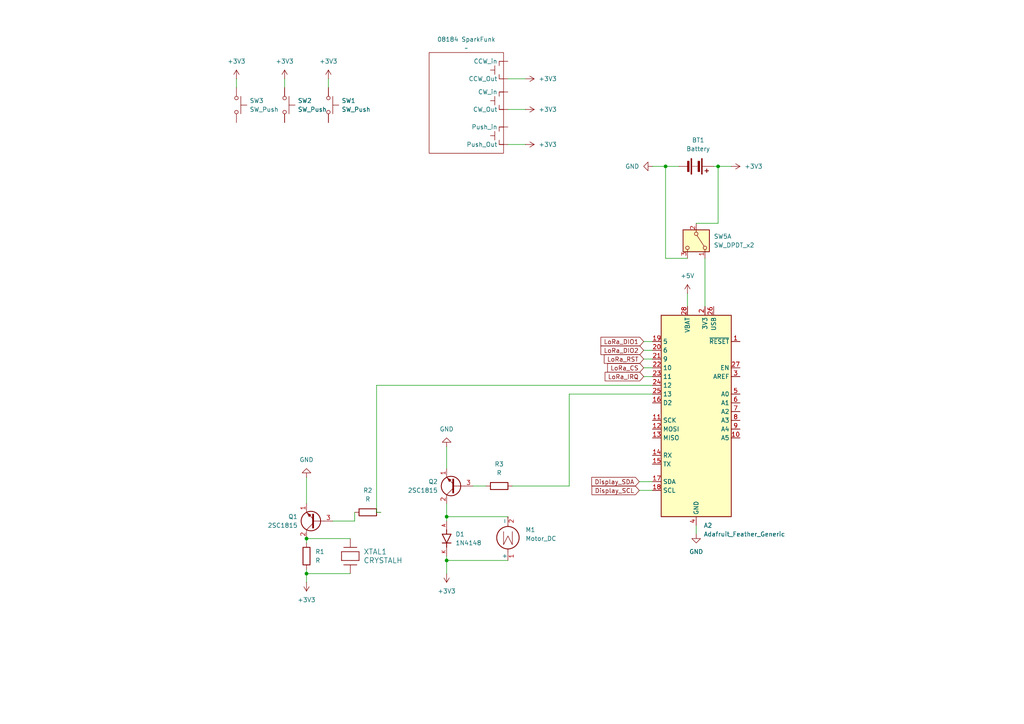
<source format=kicad_sch>
(kicad_sch (version 20250114) (generator "eeschema") (generator_version "9.0")
  (paper "A4")
  (lib_symbols
    (symbol "Device:Battery" (pin_numbers (hide yes)) (pin_names (offset 0) (hide yes))
      (property "Reference" "BT" (at 2.54 2.54 0))
      (property "Value" "Battery" (at 2.54 0 0))
      (symbol "Battery_0_1"
        (rectangle (start -2.286 1.778) (end 2.286 1.524) (fill (type outline)))
        (rectangle (start -2.286 -1.27) (end 2.286 -1.524) (fill (type outline)))
        (rectangle (start -1.524 1.016) (end 1.524 0.508) (fill (type outline)))
        (rectangle (start -1.524 -2.032) (end 1.524 -2.54) (fill (type outline)))
        (polyline (pts (xy 0 1.778) (xy 0 2.54)))
        (polyline (pts (xy 0 0) (xy 0 0.254)))
        (polyline (pts (xy 0 -0.508) (xy 0 -0.254)))
        (polyline (pts (xy 0 -1.016) (xy 0 -0.762)))
        (polyline (pts (xy 0.762 3.048) (xy 1.778 3.048)) (stroke (width 0.254)))
        (polyline (pts (xy 1.27 3.556) (xy 1.27 2.54)) (stroke (width 0.254)))
      )
      (symbol "Battery_1_1"
        (pin passive line (at 0 5.08 270) (length 2.54) (name "+") (number "1"))
        (pin passive line (at 0 -5.08 90) (length 2.54) (name "-") (number "2"))
      )
    )
    (symbol "Device:R" (pin_numbers (hide yes)) (pin_names (offset 0))
      (property "Reference" "R" (at 2.032 0 90))
      (property "Value" "R" (at 0 0 90))
      (symbol "R_0_1"
        (rectangle (start -1.016 -2.54) (end 1.016 2.54) (stroke (width 0.254)))
      )
      (symbol "R_1_1"
        (pin passive line (at 0 3.81 270) (length 1.27) (name "~") (number "1"))
        (pin passive line (at 0 -3.81 90) (length 1.27) (name "~") (number "2"))
      )
    )
    (symbol "FeatherSense_1N4148:1N4148" (pin_names (offset 1.016))
      (property "Reference" "D" (at -5.08 2.54 0))
      (property "Value" "1N4148" (at -5.08 -3.81 0))
      (symbol "1N4148_0_0"
        (polyline (pts (xy -2.54 0) (xy -1.27 0)) (stroke (width 0.254)))
        (polyline (pts (xy -1.27 1.27) (xy -1.27 -1.27)) (stroke (width 0.254)))
        (polyline (pts (xy -1.27 -1.27) (xy 1.27 0)) (stroke (width 0.254)))
        (polyline (pts (xy 1.27 1.27) (xy 1.27 -1.27)) (stroke (width 0.254)))
        (polyline (pts (xy 1.27 0) (xy -1.27 1.27)) (stroke (width 0.254)))
        (polyline (pts (xy 1.27 0) (xy 2.54 0)) (stroke (width 0.254)))
        (pin passive line (at -5.08 0 0) (length 2.54) (name "~") (number "A"))
        (pin passive line (at 5.08 0 180) (length 2.54) (name "~") (number "K"))
      )
    )
    (symbol "FeatherSense_PushButton:_1"
      (property "Reference" "U" (at 0 0 0))
      (symbol "_1_0_1"
        (rectangle (start -8.89 13.97) (end 12.7 -15.24))
        (polyline (pts (xy 10.16 10.16) (xy 10.16 7.62)))
        (polyline (pts (xy 10.16 8.89) (xy 8.89 8.89)))
        (polyline (pts (xy 10.16 1.27) (xy 10.16 -1.27)))
        (polyline (pts (xy 10.16 0) (xy 8.89 0)))
        (polyline (pts (xy 10.16 -8.89) (xy 10.16 -11.43)))
        (polyline (pts (xy 10.16 -10.16) (xy 8.89 -10.16)))
        (polyline (pts (xy 12.7 11.43) (xy 11.43 11.43) (xy 11.43 10.16)))
        (polyline (pts (xy 12.7 6.35) (xy 11.43 6.35) (xy 11.43 7.62)))
        (polyline (pts (xy 12.7 2.54) (xy 11.43 2.54) (xy 11.43 1.27)))
        (polyline (pts (xy 12.7 -2.54) (xy 11.43 -2.54) (xy 11.43 -1.27)))
        (polyline (pts (xy 12.7 -7.62) (xy 11.43 -7.62) (xy 11.43 -8.89)))
        (polyline (pts (xy 12.7 -12.7) (xy 11.43 -12.7) (xy 11.43 -11.43)))
      )
      (symbol "_1_1_1"
        (pin input line (at 13.97 11.43 180) (length 2.54) (name "CCW_in") (number ""))
        (pin output line (at 13.97 6.35 180) (length 2.54) (name "CCW_Out") (number ""))
        (pin input line (at 13.97 2.54 180) (length 2.54) (name "CW_in") (number ""))
        (pin output line (at 13.97 -2.54 180) (length 2.54) (name "CW_Out") (number ""))
        (pin input line (at 13.97 -7.62 180) (length 2.54) (name "Push_in") (number ""))
        (pin output line (at 13.97 -12.7 180) (length 2.54) (name "Push_Out") (number ""))
      )
    )
    (symbol "FeatherSense_Sound_Buzzer:CRYSTALH" (pin_numbers (hide yes)) (pin_names (hide yes))
      (property "Reference" "XTAL" (at 5.08 4.445 0))
      (property "Value" "CRYSTALH" (at 5.08 -7.62 0))
      (symbol "CRYSTALH_1_1"
        (polyline (pts (xy 2.54 -1.905) (xy 2.54 1.905)) (stroke (width 0.2032)))
        (polyline (pts (xy 3.81 2.54) (xy 6.35 2.54)) (stroke (width 0.2032)))
        (polyline (pts (xy 3.81 -2.54) (xy 3.81 2.54)) (stroke (width 0.2032)))
        (polyline (pts (xy 6.35 2.54) (xy 6.35 -2.54)) (stroke (width 0.2032)))
        (polyline (pts (xy 6.35 -2.54) (xy 3.81 -2.54)) (stroke (width 0.2032)))
        (polyline (pts (xy 7.62 -1.905) (xy 7.62 1.905)) (stroke (width 0.2032)))
        (pin unspecified line (at 0 0 0) (length 2.54) (name "1") (number "1"))
        (pin unspecified line (at 10.16 0 180) (length 2.54) (name "2") (number "2"))
      )
    )
    (symbol "Motor:Motor_DC" (pin_names (offset 0))
      (property "Reference" "M" (at 2.54 2.54 0))
      (property "Value" "Motor_DC" (at 2.54 -5.08 0))
      (symbol "Motor_DC_0_0"
        (polyline (pts (xy -1.27 -3.302) (xy -1.27 0.508) (xy 0 -2.032) (xy 1.27 0.508) (xy 1.27 -3.302)))
      )
      (symbol "Motor_DC_0_1"
        (polyline (pts (xy 0 2.032) (xy 0 2.54)))
        (polyline (pts (xy 0 1.7272) (xy 0 2.0828)))
        (circle (center 0 -1.524) (radius 3.2512) (stroke (width 0.254)))
        (polyline (pts (xy 0 -4.7752) (xy 0 -5.1816)))
        (polyline (pts (xy 0 -7.62) (xy 0 -7.112)))
      )
      (symbol "Motor_DC_1_1"
        (pin passive line (at 0 5.08 270) (length 2.54) (name "+") (number "1"))
        (pin passive line (at 0 -7.62 90) (length 2.54) (name "-") (number "2"))
      )
    )
    (symbol "SenseMateLibrary:Adafruit_Feather_Generic"
      (property "Reference" "A" (at -10.16 29.21 0))
      (property "Value" "Adafruit_Feather_Generic" (at 2.54 -31.75 0))
      (symbol "Adafruit_Feather_Generic_0_1"
        (rectangle (start -10.16 27.94) (end 10.16 -30.48) (stroke (width 0.254)) (fill (type background)))
      )
      (symbol "Adafruit_Feather_Generic_1_1"
        (pin bidirectional line (at -12.7 20.32 0) (length 2.54) (name "5") (number "19"))
        (pin bidirectional line (at -12.7 17.78 0) (length 2.54) (name "6") (number "20"))
        (pin bidirectional line (at -12.7 15.24 0) (length 2.54) (name "9") (number "21"))
        (pin bidirectional line (at -12.7 12.7 0) (length 2.54) (name "10") (number "22"))
        (pin bidirectional line (at -12.7 10.16 0) (length 2.54) (name "11") (number "23"))
        (pin bidirectional line (at -12.7 7.62 0) (length 2.54) (name "12") (number "24"))
        (pin bidirectional line (at -12.7 5.08 0) (length 2.54) (name "13") (number "25"))
        (pin bidirectional line (at -12.7 2.54 0) (length 2.54) (name "D2") (number "16"))
        (pin bidirectional line (at -12.7 -2.54 0) (length 2.54) (name "SCK") (number "11"))
        (pin bidirectional line (at -12.7 -5.08 0) (length 2.54) (name "MOSI") (number "12"))
        (pin bidirectional line (at -12.7 -7.62 0) (length 2.54) (name "MISO") (number "13"))
        (pin bidirectional line (at -12.7 -12.7 0) (length 2.54) (name "RX") (number "14"))
        (pin bidirectional line (at -12.7 -15.24 0) (length 2.54) (name "TX") (number "15"))
        (pin bidirectional line (at -12.7 -20.32 0) (length 2.54) (name "SDA") (number "17"))
        (pin bidirectional line (at -12.7 -22.86 0) (length 2.54) (name "SCL") (number "18"))
        (pin power_in line (at -2.54 30.48 270) (length 2.54) (name "VBAT") (number "28"))
        (pin power_in line (at 0 -33.02 90) (length 2.54) (name "GND") (number "4"))
        (pin power_in line (at 2.54 30.48 270) (length 2.54) (name "3V3") (number "2"))
        (pin power_in line (at 5.08 30.48 270) (length 2.54) (name "USB") (number "26"))
        (pin input line (at 12.7 20.32 180) (length 2.54) (name "~{RESET}") (number "1"))
        (pin input line (at 12.7 12.7 180) (length 2.54) (name "EN") (number "27"))
        (pin input line (at 12.7 10.16 180) (length 2.54) (name "AREF") (number "3"))
        (pin bidirectional line (at 12.7 5.08 180) (length 2.54) (name "A0") (number "5"))
        (pin bidirectional line (at 12.7 2.54 180) (length 2.54) (name "A1") (number "6"))
        (pin bidirectional line (at 12.7 0 180) (length 2.54) (name "A2") (number "7"))
        (pin bidirectional line (at 12.7 -2.54 180) (length 2.54) (name "A3") (number "8"))
        (pin bidirectional line (at 12.7 -5.08 180) (length 2.54) (name "A4") (number "9"))
        (pin bidirectional line (at 12.7 -7.62 180) (length 2.54) (name "A5") (number "10"))
      )
    )
    (symbol "Switch:SW_DPDT_x2" (pin_names (offset 0) (hide yes))
      (property "Reference" "SW" (at 0 5.08 0))
      (property "Value" "SW_DPDT_x2" (at 0 -5.08 0))
      (symbol "SW_DPDT_x2_0_0"
        (circle (center -2.032 0) (radius 0.508))
        (circle (center 2.032 -2.54) (radius 0.508))
      )
      (symbol "SW_DPDT_x2_0_1"
        (rectangle (start -3.175 3.81) (end 3.175 -3.81) (stroke (width 0.254)) (fill (type background)))
        (polyline (pts (xy -1.524 0.254) (xy 1.5748 2.286)))
        (circle (center 2.032 2.54) (radius 0.508))
      )
      (symbol "SW_DPDT_x2_1_1"
        (pin passive line (at -5.08 0 0) (length 2.54) (name "B") (number "2"))
        (pin passive line (at 5.08 2.54 180) (length 2.54) (name "A") (number "1"))
        (pin passive line (at 5.08 -2.54 180) (length 2.54) (name "C") (number "3"))
      )
      (symbol "SW_DPDT_x2_2_1"
        (pin passive line (at -5.08 0 0) (length 2.54) (name "B") (number "5"))
        (pin passive line (at 5.08 2.54 180) (length 2.54) (name "A") (number "4"))
        (pin passive line (at 5.08 -2.54 180) (length 2.54) (name "C") (number "6"))
      )
    )
    (symbol "Switch:SW_Push" (pin_numbers (hide yes)) (pin_names (offset 1.016) (hide yes))
      (property "Reference" "SW" (at 1.27 2.54 0))
      (property "Value" "SW_Push" (at 0 -1.524 0))
      (symbol "SW_Push_0_1"
        (circle (center -2.032 0) (radius 0.508))
        (polyline (pts (xy 0 1.27) (xy 0 3.048)))
        (circle (center 2.032 0) (radius 0.508))
        (polyline (pts (xy 2.54 1.27) (xy -2.54 1.27)))
        (pin passive line (at -5.08 0 0) (length 2.54) (name "1") (number "1"))
        (pin passive line (at 5.08 0 180) (length 2.54) (name "2") (number "2"))
      )
    )
    (symbol "Transistor_BJT:2SC1815" (pin_names (offset 0) (hide yes))
      (property "Reference" "Q" (at 5.08 1.905 0))
      (property "Value" "2SC1815" (at 5.08 0 0))
      (symbol "2SC1815_0_1"
        (polyline (pts (xy -2.54 0) (xy 0.635 0)))
        (polyline (pts (xy 0.635 1.905) (xy 0.635 -1.905)) (stroke (width 0.508)))
        (circle (center 1.27 0) (radius 2.8194) (stroke (width 0.254)))
      )
      (symbol "2SC1815_1_1"
        (polyline (pts (xy 0.635 0.635) (xy 2.54 2.54)))
        (polyline (pts (xy 0.635 -0.635) (xy 2.54 -2.54)))
        (polyline (pts (xy 1.27 -1.778) (xy 1.778 -1.27) (xy 2.286 -2.286) (xy 1.27 -1.778)) (fill (type outline)))
        (pin input line (at -5.08 0 0) (length 2.54) (name "B") (number "3"))
        (pin passive line (at 2.54 5.08 270) (length 2.54) (name "C") (number "2"))
        (pin passive line (at 2.54 -5.08 90) (length 2.54) (name "E") (number "1"))
      )
    )
    (symbol "power:+3V3" (power) (pin_numbers (hide yes)) (pin_names (offset 0) (hide yes))
      (property "Value" "+3V3" (at 0 3.556 0))
      (symbol "+3V3_0_1"
        (polyline (pts (xy -0.762 1.27) (xy 0 2.54)))
        (polyline (pts (xy 0 2.54) (xy 0.762 1.27)))
        (polyline (pts (xy 0 0) (xy 0 2.54)))
      )
      (symbol "+3V3_1_1"
        (pin power_in line (at 0 0 90) (length 0) (name "~") (number "1"))
      )
    )
    (symbol "power:+5V" (power) (pin_numbers (hide yes)) (pin_names (offset 0) (hide yes))
      (property "Value" "+5V" (at 0 3.556 0))
      (symbol "+5V_0_1"
        (polyline (pts (xy -0.762 1.27) (xy 0 2.54)))
        (polyline (pts (xy 0 2.54) (xy 0.762 1.27)))
        (polyline (pts (xy 0 0) (xy 0 2.54)))
      )
      (symbol "+5V_1_1"
        (pin power_in line (at 0 0 90) (length 0) (name "~") (number "1"))
      )
    )
    (symbol "power:GND" (power) (pin_numbers (hide yes)) (pin_names (offset 0) (hide yes))
      (property "Value" "GND" (at 0 -3.81 0))
      (symbol "GND_0_1"
        (polyline (pts (xy 0 0) (xy 0 -1.27) (xy 1.27 -1.27) (xy 0 -2.54) (xy -1.27 -1.27) (xy 0 -1.27)))
      )
      (symbol "GND_1_1"
        (pin power_in line (at 0 0 270) (length 0) (name "~") (number "1"))
      )
    )
  )
  (junction (at 129.54 149.86))
  (junction (at 193.04 48.26))
  (junction (at 88.9 166.37))
  (junction (at 208.28 48.26))
  (junction (at 129.54 162.56))
  (junction (at 88.9 156.21))
  (wire (pts (xy 193.04 74.93) (xy 193.04 48.26)))
  (wire (pts (xy 186.69 104.14) (xy 189.23 104.14)))
  (wire (pts (xy 95.25 22.86) (xy 95.25 25.4)))
  (wire (pts (xy 110.49 148.59) (xy 109.22 148.59)))
  (wire (pts (xy 186.69 109.22) (xy 189.23 109.22)))
  (wire (pts (xy 96.52 151.13) (xy 102.87 151.13)))
  (wire (pts (xy 88.9 138.43) (xy 88.9 146.05)))
  (wire (pts (xy 147.32 41.91) (xy 152.4 41.91)))
  (wire (pts (xy 147.32 31.75) (xy 152.4 31.75)))
  (wire (pts (xy 208.28 64.77) (xy 208.28 48.26)))
  (wire (pts (xy 165.1 140.97) (xy 165.1 114.3)))
  (wire (pts (xy 199.39 74.93) (xy 193.04 74.93)))
  (wire (pts (xy 147.32 22.86) (xy 152.4 22.86)))
  (wire (pts (xy 129.54 149.86) (xy 129.54 151.13)))
  (wire (pts (xy 129.54 149.86) (xy 147.32 149.86)))
  (wire (pts (xy 109.22 111.76) (xy 189.23 111.76)))
  (wire (pts (xy 201.93 64.77) (xy 208.28 64.77)))
  (wire (pts (xy 129.54 161.29) (xy 129.54 162.56)))
  (wire (pts (xy 185.42 142.24) (xy 189.23 142.24)))
  (wire (pts (xy 129.54 162.56) (xy 147.32 162.56)))
  (wire (pts (xy 207.01 48.26) (xy 208.28 48.26)))
  (wire (pts (xy 88.9 166.37) (xy 88.9 168.91)))
  (wire (pts (xy 88.9 165.1) (xy 88.9 166.37)))
  (wire (pts (xy 186.69 99.06) (xy 189.23 99.06)))
  (wire (pts (xy 165.1 114.3) (xy 189.23 114.3)))
  (wire (pts (xy 88.9 156.21) (xy 101.6 156.21)))
  (wire (pts (xy 148.59 140.97) (xy 165.1 140.97)))
  (wire (pts (xy 88.9 156.21) (xy 88.9 157.48)))
  (wire (pts (xy 193.04 48.26) (xy 196.85 48.26)))
  (wire (pts (xy 199.39 85.09) (xy 199.39 88.9)))
  (wire (pts (xy 137.16 140.97) (xy 140.97 140.97)))
  (wire (pts (xy 201.93 152.4) (xy 201.93 154.94)))
  (wire (pts (xy 129.54 162.56) (xy 129.54 166.37)))
  (wire (pts (xy 189.23 48.26) (xy 193.04 48.26)))
  (wire (pts (xy 186.69 106.68) (xy 189.23 106.68)))
  (wire (pts (xy 109.22 148.59) (xy 109.22 111.76)))
  (wire (pts (xy 185.42 139.7) (xy 189.23 139.7)))
  (wire (pts (xy 186.69 101.6) (xy 189.23 101.6)))
  (wire (pts (xy 88.9 166.37) (xy 101.6 166.37)))
  (wire (pts (xy 102.87 151.13) (xy 102.87 148.59)))
  (wire (pts (xy 82.55 22.86) (xy 82.55 25.4)))
  (wire (pts (xy 129.54 129.54) (xy 129.54 135.89)))
  (wire (pts (xy 204.47 74.93) (xy 204.47 88.9)))
  (wire (pts (xy 208.28 48.26) (xy 212.09 48.26)))
  (wire (pts (xy 129.54 146.05) (xy 129.54 149.86)))
  (wire (pts (xy 68.58 22.86) (xy 68.58 25.4)))
  (global_label "LoRa_IRQ" (shape input) (at 186.69 109.22 180) (property "Intersheetrefs" "${INTERSHEET_REFS}" (effects (hide yes))))
  (global_label "LoRa_RST" (shape input) (at 186.69 104.14 180) (property "Intersheetrefs" "${INTERSHEET_REFS}" (effects (hide yes))))
  (global_label "LoRa_CS" (shape input) (at 186.69 106.68 180) (property "Intersheetrefs" "${INTERSHEET_REFS}" (effects (hide yes))))
  (global_label "Display_SDA" (shape input) (at 185.42 139.7 180) (property "Intersheetrefs" "${INTERSHEET_REFS}" (effects (hide yes))))
  (global_label "Display_SCL" (shape input) (at 185.42 142.24 180) (property "Intersheetrefs" "${INTERSHEET_REFS}" (effects (hide yes))))
  (global_label "LoRa_DIO2" (shape input) (at 186.69 101.6 180) (property "Intersheetrefs" "${INTERSHEET_REFS}" (effects (hide yes))))
  (global_label "LoRa_DIO1" (shape input) (at 186.69 99.06 180) (property "Intersheetrefs" "${INTERSHEET_REFS}" (effects (hide yes))))
  (symbol (lib_id "FeatherSense_Sound_Buzzer:CRYSTALH") (at 101.6 166.37 90) (unit 1)
    (property "Reference" "XTAL1" (at 105.41 160.0199 90) (effects (font (size 1.524 1.524)) (justify right)))
    (property "Value" "CRYSTALH" (at 105.41 162.5599 90) (effects (font (size 1.524 1.524)) (justify right)))
    (property "Footprint" "XTAL_PS1240P02BT_TDK" (effects (hide yes)))
  )
  (symbol (lib_id "power:GND") (at 201.93 154.94 0) (unit 1)
    (property "Reference" "#PWR02" (effects (hide yes)))
    (property "Value" "GND" (at 201.93 160.02 0))
    (property "Description" "Power symbol creates a global label with name \"GND\" , ground" (effects (hide yes)))
  )
  (symbol (lib_id "FeatherSense_PushButton:_1") (at 133.35 29.21 0) (unit 1)
    (property "Reference" "08184 SparkFunk" (at 135.255 11.43 0))
    (property "Value" "~" (at 135.255 13.97 0))
  )
  (symbol (lib_id "power:+3V3") (at 68.58 22.86 0) (unit 1)
    (property "Reference" "#PWR08" (effects (hide yes)))
    (property "Value" "+3V3" (at 68.58 17.78 0))
    (property "Description" "Power symbol creates a global label with name \"+3V3\"" (effects (hide yes)))
  )
  (symbol (lib_id "Switch:SW_Push") (at 68.58 30.48 270) (unit 1)
    (property "Reference" "SW3" (at 72.39 29.2099 90) (effects (justify left)))
    (property "Value" "SW_Push" (at 72.39 31.7499 90) (effects (justify left)))
    (property "Description" "Push button switch, generic, two pins" (effects (hide yes)))
  )
  (symbol (lib_id "power:+3V3") (at 88.9 168.91 180) (unit 1)
    (property "Reference" "#PWR05" (effects (hide yes)))
    (property "Value" "+3V3" (at 88.9 173.99 0))
    (property "Description" "Power symbol creates a global label with name \"+3V3\"" (effects (hide yes)))
  )
  (symbol (lib_id "Transistor_BJT:2SC1815") (at 91.44 151.13 180) (unit 1)
    (property "Reference" "Q1" (at 86.36 149.8599 0) (effects (justify left)))
    (property "Value" "2SC1815" (at 86.36 152.3999 0) (effects (justify left)))
    (property "Footprint" "Package_TO_SOT_THT:TO-92_Inline" (effects (hide yes)))
    (property "Datasheet" "https://media.digikey.com/pdf/Data%20Sheets/Toshiba%20PDFs/2SC1815.pdf" (effects (hide yes)))
    (property "Description" "0.15A Ic, 50V Vce, Low Noise Audio NPN Transistor, TO-92" (effects (hide yes)))
  )
  (symbol (lib_id "power:+3V3") (at 152.4 31.75 270) (unit 1)
    (property "Reference" "#PWR014" (effects (hide yes)))
    (property "Value" "+3V3" (at 156.21 31.7499 90) (effects (justify left)))
    (property "Description" "Power symbol creates a global label with name \"+3V3\"" (effects (hide yes)))
  )
  (symbol (lib_id "power:GND") (at 88.9 138.43 180) (unit 1)
    (property "Reference" "#PWR04" (effects (hide yes)))
    (property "Value" "GND" (at 88.9 133.35 0))
    (property "Description" "Power symbol creates a global label with name \"GND\" , ground" (effects (hide yes)))
  )
  (symbol (lib_id "Switch:SW_DPDT_x2") (at 201.93 69.85 270) (unit 1)
    (property "Reference" "SW5" (at 207.01 68.5799 90) (effects (justify left)))
    (property "Value" "SW_DPDT_x2" (at 207.01 71.1199 90) (effects (justify left)))
    (property "Description" "Switch, dual pole double throw, separate symbols" (effects (hide yes)))
  )
  (symbol (lib_id "Device:R") (at 88.9 161.29 0) (unit 1)
    (property "Reference" "R1" (at 91.44 160.0199 0) (effects (justify left)))
    (property "Value" "R" (at 91.44 162.5599 0) (effects (justify left)))
    (property "Description" "Resistor" (effects (hide yes)))
  )
  (symbol (lib_id "power:+3V3") (at 129.54 166.37 180) (unit 1)
    (property "Reference" "#PWR06" (effects (hide yes)))
    (property "Value" "+3V3" (at 129.54 171.45 0))
    (property "Description" "Power symbol creates a global label with name \"+3V3\"" (effects (hide yes)))
  )
  (symbol (lib_id "power:+3V3") (at 152.4 41.91 270) (unit 1)
    (property "Reference" "#PWR015" (effects (hide yes)))
    (property "Value" "+3V3" (at 156.21 41.9099 90) (effects (justify left)))
    (property "Description" "Power symbol creates a global label with name \"+3V3\"" (effects (hide yes)))
  )
  (symbol (lib_id "power:+3V3") (at 82.55 22.86 0) (unit 1)
    (property "Reference" "#PWR09" (effects (hide yes)))
    (property "Value" "+3V3" (at 82.55 17.78 0))
    (property "Description" "Power symbol creates a global label with name \"+3V3\"" (effects (hide yes)))
  )
  (symbol (lib_id "power:+3V3") (at 95.25 22.86 0) (unit 1)
    (property "Reference" "#PWR010" (effects (hide yes)))
    (property "Value" "+3V3" (at 95.25 17.78 0))
    (property "Description" "Power symbol creates a global label with name \"+3V3\"" (effects (hide yes)))
  )
  (symbol (lib_id "power:+3V3") (at 212.09 48.26 270) (unit 1)
    (property "Reference" "#PWR01" (effects (hide yes)))
    (property "Value" "+3V3" (at 215.9 48.2599 90) (effects (justify left)))
    (property "Description" "Power symbol creates a global label with name \"+3V3\"" (effects (hide yes)))
  )
  (symbol (lib_id "power:+5V") (at 199.39 85.09 0) (unit 1)
    (property "Reference" "#PWR03" (effects (hide yes)))
    (property "Value" "+5V" (at 199.39 80.01 0))
    (property "Description" "Power symbol creates a global label with name \"+5V\"" (effects (hide yes)))
  )
  (symbol (lib_id "SenseMateLibrary:Adafruit_Feather_Generic") (at 201.93 119.38 0) (unit 1)
    (property "Reference" "A2" (at 204.0733 152.4 0) (effects (justify left)))
    (property "Value" "Adafruit_Feather_Generic" (at 204.0733 154.94 0) (effects (justify left)))
    (property "Footprint" "SenseMateLibrary:Adafruit_Feather_Sense" (effects (hide yes)))
    (property "Description" "Microcontroller module in various flavor, generic symbol" (effects (hide yes)))
  )
  (symbol (lib_id "Device:Battery") (at 201.93 48.26 270) (unit 1)
    (property "Reference" "BT1" (at 202.5015 40.64 90))
    (property "Value" "Battery" (at 202.5015 43.18 90))
    (property "Description" "Multiple-cell battery" (effects (hide yes)))
  )
  (symbol (lib_id "power:+3V3") (at 152.4 22.86 270) (unit 1)
    (property "Reference" "#PWR013" (effects (hide yes)))
    (property "Value" "+3V3" (at 156.21 22.8599 90) (effects (justify left)))
    (property "Description" "Power symbol creates a global label with name \"+3V3\"" (effects (hide yes)))
  )
  (symbol (lib_id "Transistor_BJT:2SC1815") (at 132.08 140.97 180) (unit 1)
    (property "Reference" "Q2" (at 127 139.6999 0) (effects (justify left)))
    (property "Value" "2SC1815" (at 127 142.2399 0) (effects (justify left)))
    (property "Footprint" "Package_TO_SOT_THT:TO-92_Inline" (effects (hide yes)))
    (property "Datasheet" "https://media.digikey.com/pdf/Data%20Sheets/Toshiba%20PDFs/2SC1815.pdf" (effects (hide yes)))
    (property "Description" "0.15A Ic, 50V Vce, Low Noise Audio NPN Transistor, TO-92" (effects (hide yes)))
  )
  (symbol (lib_id "Switch:SW_Push") (at 95.25 30.48 270) (unit 1)
    (property "Reference" "SW1" (at 99.06 29.2099 90) (effects (justify left)))
    (property "Value" "SW_Push" (at 99.06 31.7499 90) (effects (justify left)))
    (property "Description" "Push button switch, generic, two pins" (effects (hide yes)))
  )
  (symbol (lib_id "FeatherSense_1N4148:1N4148") (at 129.54 156.21 270) (unit 1)
    (property "Reference" "D1" (at 132.08 154.9399 90) (effects (justify left)))
    (property "Value" "1N4148" (at 132.08 157.4799 90) (effects (justify left)))
    (property "Footprint" "1N4148:DIOAD753W49L380D172B" (effects (hide yes)))
    (property "PARTREV" "5" (effects (hide yes)))
    (property "MANUFACTURER" "Onsemi" (effects (hide yes)))
    (property "MAXIMUM_PACKAGE_HEIGHT" "1.91mm" (effects (hide yes)))
    (property "STANDARD" "IPC-7351B" (effects (hide yes)))
  )
  (symbol (lib_id "Device:R") (at 144.78 140.97 90) (unit 1)
    (property "Reference" "R3" (at 144.78 134.62 90))
    (property "Value" "R" (at 144.78 137.16 90))
    (property "Description" "Resistor" (effects (hide yes)))
  )
  (symbol (lib_id "power:GND") (at 189.23 48.26 270) (unit 1)
    (property "Reference" "#PWR012" (effects (hide yes)))
    (property "Value" "GND" (at 185.42 48.2599 90) (effects (justify right)))
    (property "Description" "Power symbol creates a global label with name \"GND\" , ground" (effects (hide yes)))
  )
  (symbol (lib_id "Device:R") (at 106.68 148.59 90) (unit 1)
    (property "Reference" "R2" (at 106.68 142.24 90))
    (property "Value" "R" (at 106.68 144.78 90))
    (property "Description" "Resistor" (effects (hide yes)))
  )
  (symbol (lib_id "Switch:SW_Push") (at 82.55 30.48 270) (unit 1)
    (property "Reference" "SW2" (at 86.36 29.2099 90) (effects (justify left)))
    (property "Value" "SW_Push" (at 86.36 31.7499 90) (effects (justify left)))
    (property "Description" "Push button switch, generic, two pins" (effects (hide yes)))
  )
  (symbol (lib_id "power:GND") (at 129.54 129.54 180) (unit 1)
    (property "Reference" "#PWR07" (effects (hide yes)))
    (property "Value" "GND" (at 129.54 124.46 0))
    (property "Description" "Power symbol creates a global label with name \"GND\" , ground" (effects (hide yes)))
  )
  (symbol (lib_id "Motor:Motor_DC") (at 147.32 157.48 180) (unit 1)
    (property "Reference" "M1" (at 152.4 153.6699 0) (effects (justify right)))
    (property "Value" "Motor_DC" (at 152.4 156.2099 0) (effects (justify right)))
    (property "Description" "DC Motor" (effects (hide yes)))
  )
)
</source>
